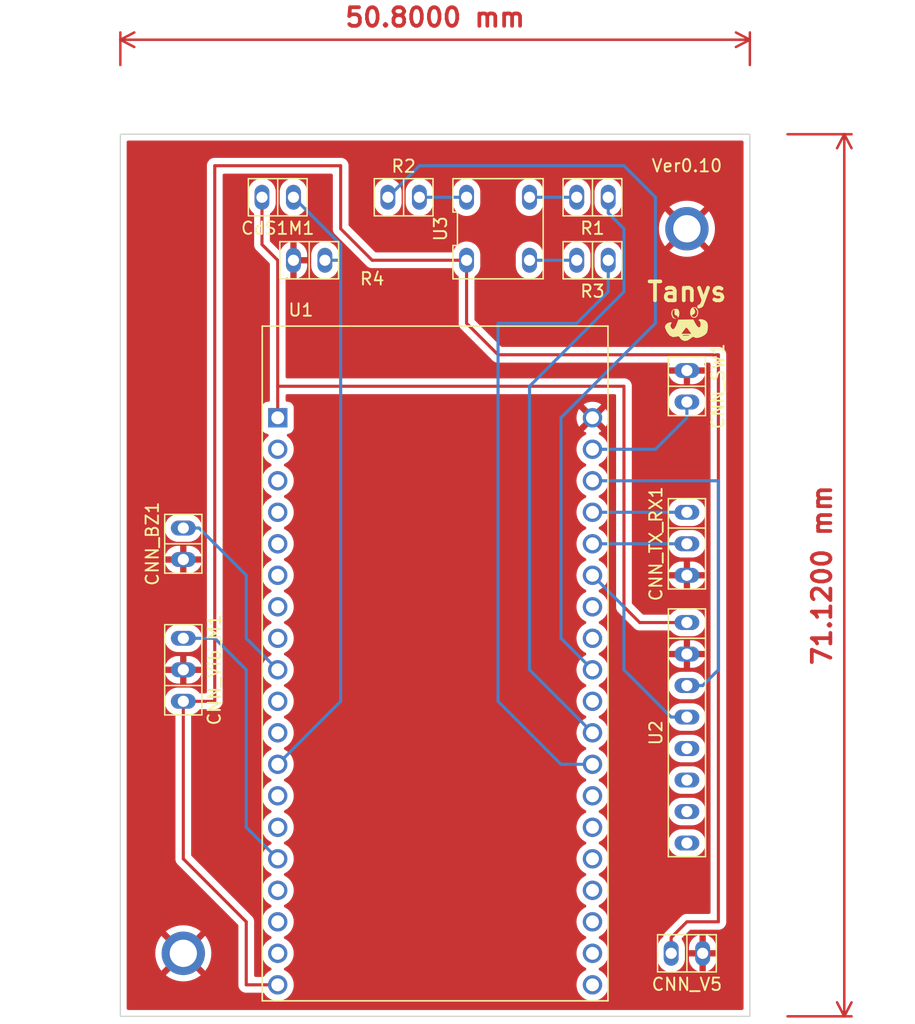
<source format=kicad_pcb>
(kicad_pcb (version 20211014) (generator pcbnew)
  (title_block (title "esp32-main") (date "2022-06-25") (rev "0") (company "tanys"))
  (layers (0 "F.Cu" signal) (31 "B.Cu" signal) (34 "B.Paste" user) (35 "F.Paste" user) (36 "B.SilkS" user "B.Silkscreen") (37 "F.SilkS" user "F.Silkscreen") (38 "B.Mask" user) (39 "F.Mask" user) (44 "Edge.Cuts" user))
  (net 0 "")
  (net 1 "Net-(CdS1M1-Pad1)")
  (net 2 "Net-(U1-Pad12)")
  (net 3 "GND")
  (net 4 "Net-(U1-Pad21)")
  (net 5 "Net-(CNN_TX_RX1-Pad1)")
  (net 6 "+5V")
  (net 7 "Net-(CNN_TX_RX1-Pad2)")
  (net 8 "Net-(U1-Pad9)")
  (net 9 "Net-(R1-Pad2)")
  (net 10 "Net-(U1-Pad15)")
  (net 11 "Net-(R2-Pad2)")
  (net 12 "Net-(U3-Pad3)")
  (net 13 "Net-(R3-Pad2)")
  (net 18 "Net-(U3-Pad4)")
  (net 21 "Net-(U3-Pad2)")
  (net 26 "Net-(U1-Pad22)")
  (net 27 "Net-(U1-Pad25)")
  (footprint "Library:SIP-2" (layer "F.Cu") (at 76.2 86.36)
    (fp_text reference "R1" (at 0 2.5) (layer "F.SilkS"))
    (fp_text value "R100")
    (fp_line (start -2.37 -1.5) (end 2.37 -1.5) (layer "F.SilkS") (width 0.12))
    (fp_line (start 0 -1.5) (end 0 1.5) (layer "F.SilkS") (width 0.12))
    (fp_line (start -2.37 1.5) (end -2.37 -1.5) (layer "F.SilkS") (width 0.12))
    (fp_line (start 2.37 1.5) (end -2.37 1.5) (layer "F.SilkS") (width 0.12))
    (fp_line (start 2.37 -1.5) (end 2.37 1.5) (layer "F.SilkS") (width 0.12))
    (pad "1" thru_hole oval (at -1.27 0) (size 1.2 2) (drill 0.9) (layers *.Cu *.Mask) (net 12 "Net-(U3-Pad3)"))
    (pad "2" thru_hole oval (at 1.27 0) (size 1.2 2) (drill 0.9) (layers *.Cu *.Mask) (net 9 "Net-(R1-Pad2)"))
  )
  (footprint "Library:SIP-3" (layer "F.Cu") (at 43.18 124.46 90)
    (fp_text reference "CNN_Vib_M1" (at 0 2.5 90) (layer "F.SilkS"))
    (fp_text value "CNN3PIN")
    (fp_line (start -3.64 -1.5) (end 3.64 -1.5) (layer "F.SilkS") (width 0.12))
    (fp_line (start 3.64 -1.5) (end 3.64 1.5) (layer "F.SilkS") (width 0.12))
    (fp_line (start -3.64 1.5) (end -3.64 -1.5) (layer "F.SilkS") (width 0.12))
    (fp_line (start 3.64 1.5) (end -3.64 1.5) (layer "F.SilkS") (width 0.12))
    (fp_line (start -1.27 -1.5) (end -1.27 1.5) (layer "F.SilkS") (width 0.12))
    (pad "1" thru_hole oval (at -2.54 0 90) (size 1.2 2) (drill 0.9) (layers *.Cu *.Mask) (net 6 "+5V"))
    (pad "2" thru_hole oval (at 0 0 90) (size 1.2 2) (drill 0.9) (layers *.Cu *.Mask) (net 3 "GND"))
    (pad "3" thru_hole oval (at 2.54 0 90) (size 1.2 2) (drill 0.9) (layers *.Cu *.Mask) (net 10 "Net-(U1-Pad15)"))
  )
  (footprint "Library:SIP-2" (layer "F.Cu") (at 83.82 101.6 90)
    (fp_text reference "CNN_SW1" (at 0 2.5 90) (layer "F.SilkS"))
    (fp_text value "CNN2PIN")
    (fp_line (start 2.37 1.5) (end -2.37 1.5) (layer "F.SilkS") (width 0.12))
    (fp_line (start -2.37 1.5) (end -2.37 -1.5) (layer "F.SilkS") (width 0.12))
    (fp_line (start 0 -1.5) (end 0 1.5) (layer "F.SilkS") (width 0.12))
    (fp_line (start -2.37 -1.5) (end 2.37 -1.5) (layer "F.SilkS") (width 0.12))
    (fp_line (start 2.37 -1.5) (end 2.37 1.5) (layer "F.SilkS") (width 0.12))
    (pad "1" thru_hole oval (at -1.27 0 90) (size 1.2 2) (drill 0.9) (layers *.Cu *.Mask) (net 4 "Net-(U1-Pad21)"))
    (pad "2" thru_hole oval (at 1.27 0 90) (size 1.2 2) (drill 0.9) (layers *.Cu *.Mask) (net 3 "GND"))
  )
  (footprint "Library:tanys_logo" (layer "F.Cu") (at 83.82 96.52)
    (fp_text reference "G***" hide)
    (fp_text value "Tanys" (at 0 -2.54) (layer "F.SilkS") (effects (font (size 1.524 1.524) (thickness 0.3))))
    (fp_poly (pts (xy 0.798343 -1.217) (xy 0.89966 -1.032449) (xy 0.915183 -0.795385) (xy 0.84651 -0.5871) (xy 0.691359 -0.447244) (xy 0.490298 -0.442202) (xy 0.35679 -0.524933) (xy 0.304291 -0.632339) (xy 0.393801 -0.632339) (xy 0.418703 -0.553405) (xy 0.5657 -0.508987) (xy 0.598044 -0.508) (xy 0.750992 -0.585262) (xy 0.817915 -0.732771) (xy 0.821461 -0.996748) (xy 0.704007 -1.19178) (xy 0.58858 -1.254377) (xy 0.512392 -1.262141) (xy 0.569803 -1.182807) (xy 0.573412 -1.178983) (xy 0.670632 -0.992752) (xy 0.648926 -0.813227) (xy 0.51663 -0.703755) (xy 0.510655 -0.702114) (xy 0.393801 -0.632339) (xy 0.304291 -0.632339) (xy 0.264188 -0.714383) (xy 0.258369 -0.955882) (xy 0.331709 -1.173364) (xy 0.431816 -1.273769) (xy 0.634605 -1.31034)) (layer "F.SilkS") (width 0) (fill solid))
    (fp_poly (pts (xy -0.688962 -1.110281) (xy -0.622011 -0.950945) (xy -0.609698 -0.857067) (xy -0.619335 -0.634554) (xy -0.679931 -0.482037) (xy -0.685873 -0.476067) (xy -0.756199 -0.423975) (xy -0.735491 -0.477207) (xy -0.760089 -0.5706) (xy -0.861333 -0.620283) (xy -0.991276 -0.695907) (xy -1.004427 -0.856522) (xy -0.999583 -0.883909) (xy -1.00073 -1.051279) (xy -1.062405 -1.098892) (xy -1.145424 -1.004685) (xy -1.15865 -0.973477) (xy -1.178912 -0.761354) (xy -1.113692 -0.548488) (xy -0.989542 -0.410274) (xy -0.955627 -0.397018) (xy -0.853515 -0.364876) (xy -0.9156 -0.351148) (xy -0.952696 -0.348488) (xy -1.105952 -0.407533) (xy -1.186308 -0.502434) (xy -1.269459 -0.776684) (xy -1.223509 -1.002632) (xy -1.067111 -1.145001) (xy -0.832936 -1.170666)) (layer "F.SilkS") (width 0) (fill solid))
    (fp_poly (pts (xy 1.369138 -0.280926) (xy 1.510195 -0.206866) (xy 1.64657 -0.054919) (xy 1.696958 0.179832) (xy 1.698997 0.264367) (xy 1.677495 0.526697) (xy 1.624473 0.73885) (xy 1.611529 0.76669) (xy 1.459034 0.935889) (xy 1.228383 1.073284) (xy 0.970419 1.162532) (xy 0.735983 1.18729) (xy 0.575918 1.131214) (xy 0.555564 1.106134) (xy 0.471163 1.105564) (xy 0.3272 1.2067) (xy 0.299562 1.233134) (xy 0.048126 1.396935) (xy -0.215738 1.429493) (xy -0.441497 1.325393) (xy -0.453571 1.313845) (xy -0.571985 1.168582) (xy -0.610068 1.096896) (xy -0.698559 1.047678) (xy -0.859642 1.088415) (xy -1.143975 1.115636) (xy -1.402704 0.984459) (xy -1.410833 0.973815) (xy -0.371264 0.973815) (xy -0.274785 1) (xy -0.08495 0.990629) (xy 0.124774 1) (xy 0.203376 0.971712) (xy 0.148663 0.955357) (xy -0.125734 0.941184) (xy -0.318562 0.955357) (xy -0.371264 0.973815) (xy -1.410833 0.973815) (xy -1.507942 0.846667) (xy 0 0.846667) (xy 0.351369 0.846667) (xy 0.1699 0.592667) (xy 0.044187 0.427211) (xy -0.035345 0.341835) (xy -0.042475 0.338667) (xy -0.106669 0.400341) (xy -0.225889 0.552671) (xy -0.254849 0.592667) (xy -0.436318 0.846667) (xy -1.507942 0.846667) (xy -1.615576 0.705737) (xy -1.631204 0.674984) (xy -1.72646 0.459036) (xy -1.777462 0.300365) (xy -1.779866 0.281214) (xy -1.714183 0.119691) (xy -1.549214 -0.02089) (xy -1.35189 -0.08451) (xy -1.342728 -0.084667) (xy -1.224729 -0.064453) (xy -1.254418 0.017962) (xy -1.269741 0.036921) (xy -1.327849 0.18297) (xy -1.274391 0.3384) (xy -1.156823 0.473495) (xy -1.035564 0.443487) (xy -0.908004 0.246818) (xy -0.838489 0.078641) (xy -0.700056 -0.294399) (xy -0.089141 -0.301366) (xy 0.521773 -0.308333) (xy 0.687362 0.015167) (xy 0.837904 0.243621) (xy 0.971796 0.333655) (xy 1.067719 0.281715) (xy 1.104348 0.084667) (xy 1.079742 -0.093675) (xy 1.020455 -0.169314) (xy 1.019398 -0.169333) (xy 0.936917 -0.233762) (xy 0.934448 -0.254) (xy 1.002374 -0.324824) (xy 1.166897 -0.332193)) (layer "F.SilkS") (width 0) (fill solid))
  )
  (footprint "Library:SIP-2" (layer "F.Cu") (at 76.2 91.44)
    (fp_text reference "R3" (at 0 2.5) (layer "F.SilkS"))
    (fp_text value "R100")
    (fp_line (start -2.37 1.5) (end -2.37 -1.5) (layer "F.SilkS") (width 0.12))
    (fp_line (start 2.37 1.5) (end -2.37 1.5) (layer "F.SilkS") (width 0.12))
    (fp_line (start 0 -1.5) (end 0 1.5) (layer "F.SilkS") (width 0.12))
    (fp_line (start -2.37 -1.5) (end 2.37 -1.5) (layer "F.SilkS") (width 0.12))
    (fp_line (start 2.37 -1.5) (end 2.37 1.5) (layer "F.SilkS") (width 0.12))
    (pad "1" thru_hole oval (at -1.27 0) (size 1.2 2) (drill 0.9) (layers *.Cu *.Mask) (net 21 "Net-(U3-Pad2)"))
    (pad "2" thru_hole oval (at 1.27 0) (size 1.2 2) (drill 0.9) (layers *.Cu *.Mask) (net 13 "Net-(R3-Pad2)"))
  )
  (footprint "Library:SIP-2" (layer "F.Cu") (at 50.8 86.36)
    (fp_text reference "CdS1M1" (at 0 2.5) (layer "F.SilkS"))
    (fp_text value "R1M")
    (fp_line (start -2.37 1.5) (end -2.37 -1.5) (layer "F.SilkS") (width 0.12))
    (fp_line (start 2.37 -1.5) (end 2.37 1.5) (layer "F.SilkS") (width 0.12))
    (fp_line (start 0 -1.5) (end 0 1.5) (layer "F.SilkS") (width 0.12))
    (fp_line (start -2.37 -1.5) (end 2.37 -1.5) (layer "F.SilkS") (width 0.12))
    (fp_line (start 2.37 1.5) (end -2.37 1.5) (layer "F.SilkS") (width 0.12))
    (pad "1" thru_hole oval (at -1.27 0) (size 1.2 2) (drill 0.9) (layers *.Cu *.Mask) (net 1 "Net-(CdS1M1-Pad1)"))
    (pad "2" thru_hole oval (at 1.27 0) (size 1.2 2) (drill 0.9) (layers *.Cu *.Mask) (net 2 "Net-(U1-Pad12)"))
  )
  (footprint "Library:SIP-2" (layer "F.Cu") (at 53.34 91.44 180)
    (fp_text reference "R4" (at -5.08 -1.5) (layer "F.SilkS"))
    (fp_text value "R10k")
    (fp_line (start -2.37 -1.5) (end 2.37 -1.5) (layer "F.SilkS") (width 0.12))
    (fp_line (start 0 -1.5) (end 0 1.5) (layer "F.SilkS") (width 0.12))
    (fp_line (start 2.37 1.5) (end -2.37 1.5) (layer "F.SilkS") (width 0.12))
    (fp_line (start 2.37 -1.5) (end 2.37 1.5) (layer "F.SilkS") (width 0.12))
    (fp_line (start -2.37 1.5) (end -2.37 -1.5) (layer "F.SilkS") (width 0.12))
    (pad "1" thru_hole oval (at -1.27 0 180) (size 1.2 2) (drill 0.9) (layers *.Cu *.Mask) (net 2 "Net-(U1-Pad12)"))
    (pad "2" thru_hole oval (at 1.27 0 180) (size 1.2 2) (drill 0.9) (layers *.Cu *.Mask) (net 3 "GND"))
  )
  (footprint "Library:SIP-2" (layer "F.Cu") (at 83.82 147.32)
    (fp_text reference "CNN_V5" (at 0 2.5) (layer "F.SilkS"))
    (fp_text value "CNN2PIN")
    (fp_line (start 2.37 1.5) (end -2.37 1.5) (layer "F.SilkS") (width 0.12))
    (fp_line (start 2.37 -1.5) (end 2.37 1.5) (layer "F.SilkS") (width 0.12))
    (fp_line (start -2.37 -1.5) (end 2.37 -1.5) (layer "F.SilkS") (width 0.12))
    (fp_line (start 0 -1.5) (end 0 1.5) (layer "F.SilkS") (width 0.12))
    (fp_line (start -2.37 1.5) (end -2.37 -1.5) (layer "F.SilkS") (width 0.12))
    (pad "1" thru_hole oval (at -1.27 0) (size 1.2 2) (drill 0.9) (layers *.Cu *.Mask) (net 6 "+5V"))
    (pad "2" thru_hole oval (at 1.27 0) (size 1.2 2) (drill 0.9) (layers *.Cu *.Mask) (net 3 "GND"))
  )
  (footprint "MountingHole:MountingHole_2.2mm_M2_ISO7380_Pad" (layer "F.Cu") (at 83.82 88.9)
    (fp_text reference "REF**" hide)
    (fp_text value "MountingHole_2.2mm_M2_ISO7380_Pad")
    (pad "1" thru_hole circle (at 0 0) (size 3.5 3.5) (drill 2.2) (layers *.Cu *.Mask) (net 3 "GND"))
  )
  (footprint "Library:SIP-2" (layer "F.Cu") (at 60.96 86.36 180)
    (fp_text reference "R2" (at 0 2.5) (layer "F.SilkS"))
    (fp_text value "R100")
    (fp_line (start 2.37 -1.5) (end 2.37 1.5) (layer "F.SilkS") (width 0.12))
    (fp_line (start -2.37 -1.5) (end 2.37 -1.5) (layer "F.SilkS") (width 0.12))
    (fp_line (start 0 -1.5) (end 0 1.5) (layer "F.SilkS") (width 0.12))
    (fp_line (start -2.37 1.5) (end -2.37 -1.5) (layer "F.SilkS") (width 0.12))
    (fp_line (start 2.37 1.5) (end -2.37 1.5) (layer "F.SilkS") (width 0.12))
    (pad "1" thru_hole oval (at -1.27 0 180) (size 1.2 2) (drill 0.9) (layers *.Cu *.Mask) (net 18 "Net-(U3-Pad4)"))
    (pad "2" thru_hole oval (at 1.27 0 180) (size 1.2 2) (drill 0.9) (layers *.Cu *.Mask) (net 11 "Net-(R2-Pad2)"))
  )
  (footprint "ESP32-DEVKITC-32D:MODULE_ESP32-DEVKITC-32D" (layer "F.Cu") (at 63.5 123.9)
    (fp_text reference "U1" (at -10.829175 -28.446045) (layer "F.SilkS") (effects (font (size 1.000386 1.000386))))
    (fp_text value "ESP32-DEVKITC-32D")
    (fp_line (start 13.95 27.25) (end -13.95 27.25) (layer "F.SilkS") (width 0.127))
    (fp_line (start -13.95 27.25) (end -13.95 -27.15) (layer "F.SilkS") (width 0.127))
    (fp_line (start -13.95 -27.15) (end 13.95 -27.15) (layer "F.SilkS") (width 0.127))
    (fp_line (start 13.95 -27.15) (end 13.95 27.25) (layer "F.SilkS") (width 0.127))
    (pad "1" thru_hole rect locked (at -12.7 -19.76) (size 1.56 1.56) (drill 1.04) (layers *.Cu *.Mask) (net 1 "Net-(CdS1M1-Pad1)"))
    (pad "2" thru_hole circle locked (at -12.7 -17.22) (size 1.56 1.56) (drill 1.04) (layers *.Cu *.Mask))
    (pad "3" thru_hole circle locked (at -12.7 -14.68) (size 1.56 1.56) (drill 1.04) (layers *.Cu *.Mask))
    (pad "4" thru_hole circle locked (at -12.7 -12.14) (size 1.56 1.56) (drill 1.04) (layers *.Cu *.Mask))
    (pad "5" thru_hole circle locked (at -12.7 -9.6) (size 1.56 1.56) (drill 1.04) (layers *.Cu *.Mask))
    (pad "6" thru_hole circle locked (at -12.7 -7.06) (size 1.56 1.56) (drill 1.04) (layers *.Cu *.Mask))
    (pad "7" thru_hole circle locked (at -12.7 -4.52) (size 1.56 1.56) (drill 1.04) (layers *.Cu *.Mask))
    (pad "8" thru_hole circle locked (at -12.7 -1.98) (size 1.56 1.56) (drill 1.04) (layers *.Cu *.Mask))
    (pad "9" thru_hole circle locked (at -12.7 0.56) (size 1.56 1.56) (drill 1.04) (layers *.Cu *.Mask) (net 8 "Net-(U1-Pad9)"))
    (pad "10" thru_hole circle locked (at -12.7 3.1) (size 1.56 1.56) (drill 1.04) (layers *.Cu *.Mask))
    (pad "11" thru_hole circle locked (at -12.7 5.64) (size 1.56 1.56) (drill 1.04) (layers *.Cu *.Mask))
    (pad "12" thru_hole circle locked (at -12.7 8.18) (size 1.56 1.56) (drill 1.04) (layers *.Cu *.Mask) (net 2 "Net-(U1-Pad12)"))
    (pad "13" thru_hole circle locked (at -12.7 10.72) (size 1.56 1.56) (drill 1.04) (layers *.Cu *.Mask))
    (pad "14" thru_hole circle locked (at -12.7 13.26) (size 1.56 1.56) (drill 1.04) (layers *.Cu *.Mask))
    (pad "15" thru_hole circle locked (at -12.7 15.8) (size 1.56 1.56) (drill 1.04) (layers *.Cu *.Mask) (net 10 "Net-(U1-Pad15)"))
    (pad "16" thru_hole circle locked (at -12.7 18.34) (size 1.56 1.56) (drill 1.04) (layers *.Cu *.Mask))
    (pad "17" thru_hole circle locked (at -12.7 20.88) (size 1.56 1.56) (drill 1.04) (layers *.Cu *.Mask))
    (pad "18" thru_hole circle locked (at -12.7 23.42) (size 1.56 1.56) (drill 1.04) (layers *.Cu *.Mask))
    (pad "19" thru_hole circle locked (at -12.7 25.96) (size 1.56 1.56) (drill 1.04) (layers *.Cu *.Mask) (net 6 "+5V"))
    (pad "20" thru_hole circle locked (at 12.7 -19.76) (size 1.56 1.56) (drill 1.04) (layers *.Cu *.Mask) (net 3 "GND"))
    (pad "21" thru_hole circle locked (at 12.7 -17.22) (size 1.56 1.56) (drill 1.04) (layers *.Cu *.Mask) (net 4 "Net-(U1-Pad21)"))
    (pad "22" thru_hole circle locked (at 12.7 -14.68) (size 1.56 1.56) (drill 1.04) (layers *.Cu *.Mask) (net 26 "Net-(U1-Pad22)"))
    (pad "23" thru_hole circle locked (at 12.7 -12.14) (size 1.56 1.56) (drill 1.04) (layers *.Cu *.Mask) (net 5 "Net-(CNN_TX_RX1-Pad1)"))
    (pad "24" thru_hole circle locked (at 12.7 -9.6) (size 1.56 1.56) (drill 1.04) (layers *.Cu *.Mask) (net 7 "Net-(CNN_TX_RX1-Pad2)"))
    (pad "25" thru_hole circle locked (at 12.7 -7.06) (size 1.56 1.56) (drill 1.04) (layers *.Cu *.Mask) (net 27 "Net-(U1-Pad25)"))
    (pad "26" thru_hole circle locked (at 12.7 -4.52) (size 1.56 1.56) (drill 1.04) (layers *.Cu *.Mask))
    (pad "27" thru_hole circle locked (at 12.7 -1.98) (size 1.56 1.56) (drill 1.04) (layers *.Cu *.Mask))
    (pad "28" thru_hole circle locked (at 12.7 0.56) (size 1.56 1.56) (drill 1.04) (layers *.Cu *.Mask) (net 11 "Net-(R2-Pad2)"))
    (pad "29" thru_hole circle locked (at 12.7 3.1) (size 1.56 1.56) (drill 1.04) (layers *.Cu *.Mask))
    (pad "30" thru_hole circle locked (at 12.7 5.64) (size 1.56 1.56) (drill 1.04) (layers *.Cu *.Mask) (net 9 "Net-(R1-Pad2)"))
    (pad "31" thru_hole circle locked (at 12.7 8.18) (size 1.56 1.56) (drill 1.04) (layers *.Cu *.Mask) (net 13 "Net-(R3-Pad2)"))
    (pad "32" thru_hole circle locked (at 12.7 10.72) (size 1.56 1.56) (drill 1.04) (layers *.Cu *.Mask))
    (pad "33" thru_hole circle locked (at 12.7 13.26) (size 1.56 1.56) (drill 1.04) (layers *.Cu *.Mask))
    (pad "34" thru_hole circle locked (at 12.7 15.8) (size 1.56 1.56) (drill 1.04) (layers *.Cu *.Mask))
    (pad "35" thru_hole circle locked (at 12.7 18.34) (size 1.56 1.56) (drill 1.04) (layers *.Cu *.Mask))
    (pad "36" thru_hole circle locked (at 12.7 20.88) (size 1.56 1.56) (drill 1.04) (layers *.Cu *.Mask))
    (pad "37" thru_hole circle locked (at 12.7 23.42) (size 1.56 1.56) (drill 1.04) (layers *.Cu *.Mask))
    (pad "38" thru_hole circle locked (at 12.7 25.96) (size 1.56 1.56) (drill 1.04) (layers *.Cu *.Mask))
  )
  (footprint "MountingHole:MountingHole_2.2mm_M2_ISO7380_Pad" (layer "F.Cu") (at 43.18 147.32)
    (fp_text reference "REF**" hide)
    (fp_text value "MountingHole_2.2mm_M2_ISO7380_Pad")
    (pad "1" thru_hole circle (at 0 0) (size 3.5 3.5) (drill 2.2) (layers *.Cu *.Mask) (net 3 "GND"))
  )
  (footprint "Library:SIP-8" (layer "F.Cu") (at 83.82 129.54 -90)
    (fp_text reference "U2" (at 0 2.5 90) (layer "F.SilkS"))
    (fp_text value "GY-521")
    (fp_line (start 9.99 1.5) (end -9.99 1.5) (layer "F.SilkS") (width 0.12))
    (fp_line (start -9.99 -1.5) (end 9.99 -1.5) (layer "F.SilkS") (width 0.12))
    (fp_line (start -7.62 -1.5) (end -7.62 1.5) (layer "F.SilkS") (width 0.12))
    (fp_line (start 9.99 -1.5) (end 9.99 1.5) (layer "F.SilkS") (width 0.12))
    (fp_line (start -9.99 1.5) (end -9.99 -1.5) (layer "F.SilkS") (width 0.12))
    (pad "1" thru_hole oval (at -8.89 0 270) (size 1.2 2) (drill 0.9) (layers *.Cu *.Mask) (net 1 "Net-(CdS1M1-Pad1)"))
    (pad "2" thru_hole oval (at -6.35 0 270) (size 1.2 2) (drill 0.9) (layers *.Cu *.Mask) (net 3 "GND"))
    (pad "3" thru_hole oval (at -3.81 0 270) (size 1.2 2) (drill 0.9) (layers *.Cu *.Mask) (net 26 "Net-(U1-Pad22)"))
    (pad "4" thru_hole oval (at -1.27 0 270) (size 1.2 2) (drill 0.9) (layers *.Cu *.Mask) (net 27 "Net-(U1-Pad25)"))
    (pad "5" thru_hole oval (at 1.27 0 270) (size 1.2 2) (drill 0.9) (layers *.Cu *.Mask))
    (pad "6" thru_hole oval (at 3.81 0 270) (size 1.2 2) (drill 0.9) (layers *.Cu *.Mask))
    (pad "7" thru_hole oval (at 6.35 0 270) (size 1.2 2) (drill 0.9) (layers *.Cu *.Mask))
    (pad "8" thru_hole oval (at 8.89 0 270) (size 1.2 2) (drill 0.9) (layers *.Cu *.Mask))
  )
  (footprint "Library:DIP-4_200_ELL" (layer "F.Cu") (at 68.58 88.9)
    (fp_text reference "U3" (at -4.64 0 90) (layer "F.SilkS"))
    (fp_text value "RGB_LED")
    (fp_line (start 3.639999 4.04) (end 3.64 -4.04) (layer "F.SilkS") (width 0.12))
    (fp_line (start -3.64 1.346666) (end -3.64 4.04) (layer "F.SilkS") (width 0.12))
    (fp_line (start -3.64 -1.346666) (end -3.28 -1.346666) (layer "F.SilkS") (width 0.12))
    (fp_line (start -3.64 4.04) (end 3.639999 4.04) (layer "F.SilkS") (width 0.12))
    (fp_line (start 3.64 -4.04) (end -3.639999 -4.04) (layer "F.SilkS") (width 0.12))
    (fp_line (start -3.28 1.346666) (end -3.64 1.346666) (layer "F.SilkS") (width 0.12))
    (fp_line (start -3.639999 -4.04) (end -3.64 -1.346666) (layer "F.SilkS") (width 0.12))
    (fp_line (start -3.28 -1.346666) (end -3.28 1.346666) (layer "F.SilkS") (width 0.12))
    (pad "1" thru_hole oval (at -2.54 2.54) (size 1.2 2) (drill 0.9) (layers *.Cu *.Mask) (net 6 "+5V"))
    (pad "2" thru_hole oval (at 2.54 2.54) (size 1.2 2) (drill 0.9) (layers *.Cu *.Mask) (net 21 "Net-(U3-Pad2)"))
    (pad "3" thru_hole oval (at 2.54 -2.54) (size 1.2 2) (drill 0.9) (layers *.Cu *.Mask) (net 12 "Net-(U3-Pad3)"))
    (pad "4" thru_hole oval (at -2.54 -2.54) (size 1.2 2) (drill 0.9) (layers *.Cu *.Mask) (net 18 "Net-(U3-Pad4)"))
  )
  (footprint "Library:SIP-2" (layer "F.Cu") (at 43.18 114.3 -90)
    (fp_text reference "CNN_BZ1" (at 0 2.5 90) (layer "F.SilkS"))
    (fp_text value "CNN2PIN")
    (fp_line (start -2.37 1.5) (end -2.37 -1.5) (layer "F.SilkS") (width 0.12))
    (fp_line (start -2.37 -1.5) (end 2.37 -1.5) (layer "F.SilkS") (width 0.12))
    (fp_line (start 2.37 1.5) (end -2.37 1.5) (layer "F.SilkS") (width 0.12))
    (fp_line (start 0 -1.5) (end 0 1.5) (layer "F.SilkS") (width 0.12))
    (fp_line (start 2.37 -1.5) (end 2.37 1.5) (layer "F.SilkS") (width 0.12))
    (pad "1" thru_hole oval (at -1.27 0 270) (size 1.2 2) (drill 0.9) (layers *.Cu *.Mask) (net 8 "Net-(U1-Pad9)"))
    (pad "2" thru_hole oval (at 1.27 0 270) (size 1.2 2) (drill 0.9) (layers *.Cu *.Mask) (net 3 "GND"))
  )
  (footprint "Library:SIP-3" (layer "F.Cu") (at 83.82 114.3 -90)
    (fp_text reference "CNN_TX_RX1" (at 0 2.5 90) (layer "F.SilkS"))
    (fp_text value "CNN3PIN")
    (fp_line (start -3.64 1.5) (end -3.64 -1.5) (layer "F.SilkS") (width 0.12))
    (fp_line (start 3.64 -1.5) (end 3.64 1.5) (layer "F.SilkS") (width 0.12))
    (fp_line (start 3.64 1.5) (end -3.64 1.5) (layer "F.SilkS") (width 0.12))
    (fp_line (start -3.64 -1.5) (end 3.64 -1.5) (layer "F.SilkS") (width 0.12))
    (fp_line (start -1.27 -1.5) (end -1.27 1.5) (layer "F.SilkS") (width 0.12))
    (pad "1" thru_hole oval (at -2.54 0 270) (size 1.2 2) (drill 0.9) (layers *.Cu *.Mask) (net 5 "Net-(CNN_TX_RX1-Pad1)"))
    (pad "2" thru_hole oval (at 0 0 270) (size 1.2 2) (drill 0.9) (layers *.Cu *.Mask) (net 7 "Net-(CNN_TX_RX1-Pad2)"))
    (pad "3" thru_hole oval (at 2.54 0 270) (size 1.2 2) (drill 0.9) (layers *.Cu *.Mask) (net 3 "GND"))
  )
  (gr_rect (start 38.1 81.28) (end 88.9 152.4) (layer "Edge.Cuts") (width 0.1) (fill none))
  (gr_text "Ver0.10" (at 83.82 83.82) (layer "F.SilkS") (effects (font (size 1 1))))
  (dimension (type aligned) (layer "F.Cu") (pts (xy 38.1 76.2) (xy 88.9 76.2)) (height -2.54) (gr_text "50.8000 mm" (at 63.5 71.86) (layer "F.Cu") (effects (font (size 1.5 1.5) (thickness 0.3)))) (format (units 3) (units_format 1) (precision 4)) (style (thickness 0.2) (arrow_length 1.27) (text_position_mode 0) (extension_height 0.58642) (extension_offset 0.5) keep_text_aligned))
  (dimension (type aligned) (layer "F.Cu") (pts (xy 91.44 81.28) (xy 91.44 152.4)) (height -5.08) (gr_text "71.1200 mm" (at 94.72 116.84 90) (layer "F.Cu") (effects (font (size 1.5 1.5) (thickness 0.3)))) (format (units 3) (units_format 1) (precision 4)) (style (thickness 0.2) (arrow_length 1.27) (text_position_mode 0) (extension_height 0.58642) (extension_offset 0.5) keep_text_aligned))
  (segment (start 78.74 119.38) (end 80.01 120.65) (width 0.25) (layer "F.Cu") (net 1))
  (segment (start 80.01 120.65) (end 83.82 120.65) (width 0.25) (layer "F.Cu") (net 1))
  (segment (start 50.8 91.44) (end 50.8 101.6) (width 0.25) (layer "F.Cu") (net 1))
  (segment (start 49.53 90.17) (end 50.8 91.44) (width 0.25) (layer "F.Cu") (net 1))
  (segment (start 78.74 101.6) (end 78.74 119.38) (width 0.25) (layer "F.Cu") (net 1))
  (segment (start 50.8 101.6) (end 50.8 104.14) (width 0.25) (layer "F.Cu") (net 1))
  (segment (start 49.53 86.36) (end 49.53 90.17) (width 0.25) (layer "F.Cu") (net 1))
  (segment (start 50.8 101.6) (end 78.74 101.6) (width 0.25) (layer "F.Cu") (net 1))
  (segment (start 54.61 91.44) (end 55.88 91.44) (width 0.25) (layer "B.Cu") (net 2))
  (segment (start 55.88 127) (end 55.88 90.17) (width 0.25) (layer "B.Cu") (net 2))
  (segment (start 50.8 132.08) (end 55.88 127) (width 0.25) (layer "B.Cu") (net 2))
  (segment (start 55.88 90.17) (end 52.07 86.36) (width 0.25) (layer "B.Cu") (net 2))
  (segment (start 81.28 106.68) (end 76.2 106.68) (width 0.25) (layer "B.Cu") (net 4))
  (segment (start 83.82 102.87) (end 83.82 104.14) (width 0.25) (layer "B.Cu") (net 4))
  (segment (start 83.82 104.14) (end 81.28 106.68) (width 0.25) (layer "B.Cu") (net 4))
  (segment (start 76.2 111.76) (end 83.82 111.76) (width 0.25) (layer "B.Cu") (net 5))
  (segment (start 82.55 146.05) (end 83.82 144.78) (width 0.25) (layer "F.Cu") (net 6))
  (segment (start 48.26 144.78) (end 43.18 139.7) (width 0.25) (layer "F.Cu") (net 6))
  (segment (start 83.82 144.78) (end 86.36 144.78) (width 0.25) (layer "F.Cu") (net 6))
  (segment (start 86.36 144.78) (end 86.36 99.06) (width 0.25) (layer "F.Cu") (net 6))
  (segment (start 55.88 83.82) (end 45.72 83.82) (width 0.25) (layer "F.Cu") (net 6))
  (segment (start 43.18 139.7) (end 43.18 127) (width 0.25) (layer "F.Cu") (net 6))
  (segment (start 66.04 96.52) (end 66.04 91.44) (width 0.25) (layer "F.Cu") (net 6))
  (segment (start 58.42 91.44) (end 55.88 88.9) (width 0.25) (layer "F.Cu") (net 6))
  (segment (start 82.55 146.05) (end 82.55 147.32) (width 0.25) (layer "F.Cu") (net 6))
  (segment (start 45.72 127) (end 43.18 127) (width 0.25) (layer "F.Cu") (net 6))
  (segment (start 45.72 83.82) (end 45.72 127) (width 0.25) (layer "F.Cu") (net 6))
  (segment (start 66.04 91.44) (end 58.42 91.44) (width 0.25) (layer "F.Cu") (net 6))
  (segment (start 55.88 88.9) (end 55.88 83.82) (width 0.25) (layer "F.Cu") (net 6))
  (segment (start 68.58 99.06) (end 66.04 96.52) (width 0.25) (layer "F.Cu") (net 6))
  (segment (start 48.26 149.86) (end 48.26 144.78) (width 0.25) (layer "F.Cu") (net 6))
  (segment (start 86.36 99.06) (end 68.58 99.06) (width 0.25) (layer "F.Cu") (net 6))
  (segment (start 50.8 149.86) (end 48.26 149.86) (width 0.25) (layer "F.Cu") (net 6))
  (segment (start 76.2 114.3) (end 83.82 114.3) (width 0.25) (layer "B.Cu") (net 7))
  (segment (start 43.18 113.03) (end 44.45 113.03) (width 0.25) (layer "B.Cu") (net 8))
  (segment (start 44.45 113.03) (end 48.26 116.84) (width 0.25) (layer "B.Cu") (net 8))
  (segment (start 48.26 121.92) (end 50.8 124.46) (width 0.25) (layer "B.Cu") (net 8))
  (segment (start 48.26 116.84) (end 48.26 121.92) (width 0.25) (layer "B.Cu") (net 8))
  (segment (start 77.47 87.63) (end 78.74 88.9) (width 0.25) (layer "B.Cu") (net 9))
  (segment (start 78.74 88.9) (end 78.74 93.98) (width 0.25) (layer "B.Cu") (net 9))
  (segment (start 78.74 93.98) (end 71.12 101.6) (width 0.25) (layer "B.Cu") (net 9))
  (segment (start 71.12 101.6) (end 71.12 124.46) (width 0.25) (layer "B.Cu") (net 9))
  (segment (start 71.12 124.46) (end 76.2 129.54) (width 0.25) (layer "B.Cu") (net 9))
  (segment (start 77.47 86.36) (end 77.47 87.63) (width 0.25) (layer "B.Cu") (net 9))
  (segment (start 48.26 124.46) (end 48.26 137.16) (width 0.25) (layer "B.Cu") (net 10))
  (segment (start 48.26 137.16) (end 50.8 139.7) (width 0.25) (layer "B.Cu") (net 10))
  (segment (start 45.72 121.92) (end 48.26 124.46) (width 0.25) (layer "B.Cu") (net 10))
  (segment (start 43.18 121.92) (end 45.72 121.92) (width 0.25) (layer "B.Cu") (net 10))
  (segment (start 81.28 96.52) (end 73.66 104.14) (width 0.25) (layer "B.Cu") (net 11))
  (segment (start 62.23 83.82) (end 78.74 83.82) (width 0.25) (layer "B.Cu") (net 11))
  (segment (start 73.66 104.14) (end 73.66 121.92) (width 0.25) (layer "B.Cu") (net 11))
  (segment (start 78.74 83.82) (end 81.28 86.36) (width 0.25) (layer "B.Cu") (net 11))
  (segment (start 59.69 86.36) (end 62.23 83.82) (width 0.25) (layer "B.Cu") (net 11))
  (segment (start 81.28 86.36) (end 81.28 96.52) (width 0.25) (layer "B.Cu") (net 11))
  (segment (start 73.66 121.92) (end 76.2 124.46) (width 0.25) (layer "B.Cu") (net 11))
  (segment (start 71.12 86.36) (end 74.93 86.36) (width 0.25) (layer "B.Cu") (net 12))
  (segment (start 77.47 91.44) (end 77.47 93.98) (width 0.25) (layer "B.Cu") (net 13))
  (segment (start 68.58 96.52) (end 68.58 127) (width 0.25) (layer "B.Cu") (net 13))
  (segment (start 73.66 132.08) (end 76.2 132.08) (width 0.25) (layer "B.Cu") (net 13))
  (segment (start 68.58 127) (end 73.66 132.08) (width 0.25) (layer "B.Cu") (net 13))
  (segment (start 77.47 93.98) (end 74.93 96.52) (width 0.25) (layer "B.Cu") (net 13))
  (segment (start 74.93 96.52) (end 68.58 96.52) (width 0.25) (layer "B.Cu") (net 13))
  (segment (start 62.23 86.36) (end 66.04 86.36) (width 0.25) (layer "B.Cu") (net 18))
  (segment (start 74.93 91.44) (end 71.12 91.44) (width 0.25) (layer "B.Cu") (net 21))
  (segment (start 85.09 125.73) (end 86.36 124.46) (width 0.25) (layer "B.Cu") (net 26))
  (segment (start 86.36 124.46) (end 86.36 109.22) (width 0.25) (layer "B.Cu") (net 26))
  (segment (start 86.36 109.22) (end 76.2 109.22) (width 0.25) (layer "B.Cu") (net 26))
  (segment (start 85.09 125.73) (end 83.82 125.73) (width 0.25) (layer "B.Cu") (net 26))
  (segment (start 78.74 119.38) (end 78.74 124.46) (width 0.25) (layer "B.Cu") (net 27))
  (segment (start 76.2 116.84) (end 78.74 119.38) (width 0.25) (layer "B.Cu") (net 27))
  (segment (start 82.55 128.27) (end 83.82 128.27) (width 0.25) (layer "B.Cu") (net 27))
  (segment (start 78.74 124.46) (end 82.55 128.27) (width 0.25) (layer "B.Cu") (net 27))
  (zone (net 3) (net_name "GND") (layer "F.Cu") (connect_pads (clearance 0.508)) (min_thickness 0.254) (fill yes (thermal_gap 0.508) (thermal_bridge_width 0.508))
    (polygon (pts (xy 88.9 152.4) (xy 38.1 152.4) (xy 38.1 81.28) (xy 88.9 81.28)))
  )
)
</source>
